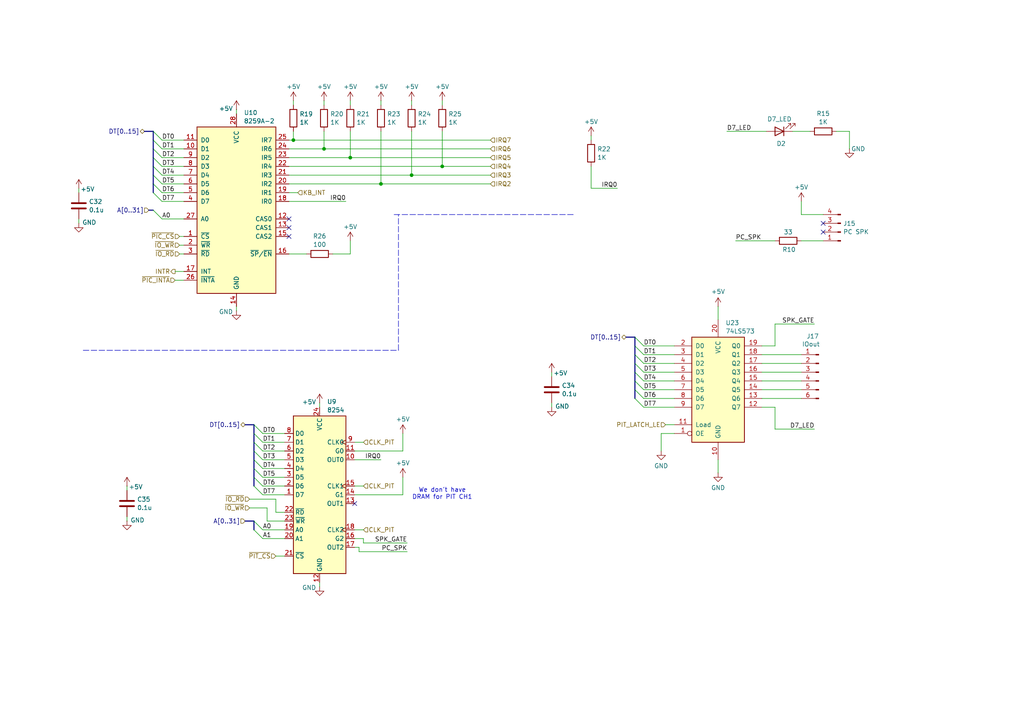
<source format=kicad_sch>
(kicad_sch (version 20250114) (generator "eeschema") (generator_version "9.0")
  (paper "A4")
  (title_block (title "486 Homebrew Computer") (date "2025-12-15") (rev "1 (sch 2.0)") (company "maniek86.xyz"))
  (lib_symbols
    (symbol "74xx:74LS573" (pin_names (offset 1.016))
      (property "Reference" "U" (at -7.62 16.51 0))
      (property "Value" "74LS573" (at -7.62 -16.51 0))
      (symbol "74LS573_1_0"
        (pin input line (at -12.7 12.7 0) (length 5.08) (name "D0") (number "2"))
        (pin input line (at -12.7 10.16 0) (length 5.08) (name "D1") (number "3"))
        (pin input line (at -12.7 7.62 0) (length 5.08) (name "D2") (number "4"))
        (pin input line (at -12.7 5.08 0) (length 5.08) (name "D3") (number "5"))
        (pin input line (at -12.7 2.54 0) (length 5.08) (name "D4") (number "6"))
        (pin input line (at -12.7 0 0) (length 5.08) (name "D5") (number "7"))
        (pin input line (at -12.7 -2.54 0) (length 5.08) (name "D6") (number "8"))
        (pin input line (at -12.7 -5.08 0) (length 5.08) (name "D7") (number "9"))
        (pin input line (at -12.7 -10.16 0) (length 5.08) (name "Load") (number "11"))
        (pin input inverted (at -12.7 -12.7 0) (length 5.08) (name "OE") (number "1"))
        (pin power_in line (at 0 20.32 270) (length 5.08) (name "VCC") (number "20"))
        (pin power_in line (at 0 -20.32 90) (length 5.08) (name "GND") (number "10"))
        (pin tri_state line (at 12.7 12.7 180) (length 5.08) (name "Q0") (number "19"))
        (pin tri_state line (at 12.7 10.16 180) (length 5.08) (name "Q1") (number "18"))
        (pin tri_state line (at 12.7 7.62 180) (length 5.08) (name "Q2") (number "17"))
        (pin tri_state line (at 12.7 5.08 180) (length 5.08) (name "Q3") (number "16"))
        (pin tri_state line (at 12.7 2.54 180) (length 5.08) (name "Q4") (number "15"))
        (pin tri_state line (at 12.7 0 180) (length 5.08) (name "Q5") (number "14"))
        (pin tri_state line (at 12.7 -2.54 180) (length 5.08) (name "Q6") (number "13"))
        (pin tri_state line (at 12.7 -5.08 180) (length 5.08) (name "Q7") (number "12"))
      )
      (symbol "74LS573_1_1"
        (rectangle (start -7.62 15.24) (end 7.62 -15.24) (stroke (width 0.254)) (fill (type background)))
      )
    )
    (symbol "Connector:Conn_01x04_Pin" (pin_names (offset 1.016) (hide yes))
      (property "Reference" "J" (at 0 5.08 0))
      (property "Value" "Conn_01x04_Pin" (at 0 -7.62 0))
      (symbol "Conn_01x04_Pin_1_1"
        (rectangle (start 0.8636 2.667) (end 0 2.413) (stroke (width 0.1524)) (fill (type outline)))
        (rectangle (start 0.8636 0.127) (end 0 -0.127) (stroke (width 0.1524)) (fill (type outline)))
        (rectangle (start 0.8636 -2.413) (end 0 -2.667) (stroke (width 0.1524)) (fill (type outline)))
        (rectangle (start 0.8636 -4.953) (end 0 -5.207) (stroke (width 0.1524)) (fill (type outline)))
        (polyline (pts (xy 1.27 2.54) (xy 0.8636 2.54)) (stroke (width 0.1524)))
        (polyline (pts (xy 1.27 0) (xy 0.8636 0)) (stroke (width 0.1524)))
        (polyline (pts (xy 1.27 -2.54) (xy 0.8636 -2.54)) (stroke (width 0.1524)))
        (polyline (pts (xy 1.27 -5.08) (xy 0.8636 -5.08)) (stroke (width 0.1524)))
        (pin passive line (at 5.08 2.54 180) (length 3.81) (name "Pin_1") (number "1"))
        (pin passive line (at 5.08 0 180) (length 3.81) (name "Pin_2") (number "2"))
        (pin passive line (at 5.08 -2.54 180) (length 3.81) (name "Pin_3") (number "3"))
        (pin passive line (at 5.08 -5.08 180) (length 3.81) (name "Pin_4") (number "4"))
      )
    )
    (symbol "Connector:Conn_01x06_Pin" (pin_names (offset 1.016) (hide yes))
      (property "Reference" "J" (at 0 7.62 0))
      (property "Value" "Conn_01x06_Pin" (at 0 -10.16 0))
      (symbol "Conn_01x06_Pin_1_1"
        (rectangle (start 0.8636 5.207) (end 0 4.953) (stroke (width 0.1524)) (fill (type outline)))
        (rectangle (start 0.8636 2.667) (end 0 2.413) (stroke (width 0.1524)) (fill (type outline)))
        (rectangle (start 0.8636 0.127) (end 0 -0.127) (stroke (width 0.1524)) (fill (type outline)))
        (rectangle (start 0.8636 -2.413) (end 0 -2.667) (stroke (width 0.1524)) (fill (type outline)))
        (rectangle (start 0.8636 -4.953) (end 0 -5.207) (stroke (width 0.1524)) (fill (type outline)))
        (rectangle (start 0.8636 -7.493) (end 0 -7.747) (stroke (width 0.1524)) (fill (type outline)))
        (polyline (pts (xy 1.27 5.08) (xy 0.8636 5.08)) (stroke (width 0.1524)))
        (polyline (pts (xy 1.27 2.54) (xy 0.8636 2.54)) (stroke (width 0.1524)))
        (polyline (pts (xy 1.27 0) (xy 0.8636 0)) (stroke (width 0.1524)))
        (polyline (pts (xy 1.27 -2.54) (xy 0.8636 -2.54)) (stroke (width 0.1524)))
        (polyline (pts (xy 1.27 -5.08) (xy 0.8636 -5.08)) (stroke (width 0.1524)))
        (polyline (pts (xy 1.27 -7.62) (xy 0.8636 -7.62)) (stroke (width 0.1524)))
        (pin passive line (at 5.08 5.08 180) (length 3.81) (name "Pin_1") (number "1"))
        (pin passive line (at 5.08 2.54 180) (length 3.81) (name "Pin_2") (number "2"))
        (pin passive line (at 5.08 0 180) (length 3.81) (name "Pin_3") (number "3"))
        (pin passive line (at 5.08 -2.54 180) (length 3.81) (name "Pin_4") (number "4"))
        (pin passive line (at 5.08 -5.08 180) (length 3.81) (name "Pin_5") (number "5"))
        (pin passive line (at 5.08 -7.62 180) (length 3.81) (name "Pin_6") (number "6"))
      )
    )
    (symbol "Device:C" (pin_numbers (hide yes)) (pin_names (offset 0.254))
      (property "Reference" "C" (at 0.635 2.54 0))
      (property "Value" "C" (at 0.635 -2.54 0))
      (symbol "C_0_1"
        (polyline (pts (xy -2.032 0.762) (xy 2.032 0.762)) (stroke (width 0.508)))
        (polyline (pts (xy -2.032 -0.762) (xy 2.032 -0.762)) (stroke (width 0.508)))
      )
      (symbol "C_1_1"
        (pin passive line (at 0 3.81 270) (length 2.794) (name "~") (number "1"))
        (pin passive line (at 0 -3.81 90) (length 2.794) (name "~") (number "2"))
      )
    )
    (symbol "Device:LED" (pin_numbers (hide yes)) (pin_names (offset 1.016) (hide yes))
      (property "Reference" "D" (at 0 2.54 0))
      (property "Value" "LED" (at 0 -2.54 0))
      (symbol "LED_0_1"
        (polyline (pts (xy -3.048 -0.762) (xy -4.572 -2.286) (xy -3.81 -2.286) (xy -4.572 -2.286) (xy -4.572 -1.524)))
        (polyline (pts (xy -1.778 -0.762) (xy -3.302 -2.286) (xy -2.54 -2.286) (xy -3.302 -2.286) (xy -3.302 -1.524)))
        (polyline (pts (xy -1.27 0) (xy 1.27 0)))
        (polyline (pts (xy -1.27 -1.27) (xy -1.27 1.27)) (stroke (width 0.254)))
        (polyline (pts (xy 1.27 -1.27) (xy 1.27 1.27) (xy -1.27 0) (xy 1.27 -1.27)) (stroke (width 0.254)))
      )
      (symbol "LED_1_1"
        (pin passive line (at -3.81 0 0) (length 2.54) (name "K") (number "1"))
        (pin passive line (at 3.81 0 180) (length 2.54) (name "A") (number "2"))
      )
    )
    (symbol "Device:R" (pin_numbers (hide yes)) (pin_names (offset 0))
      (property "Reference" "R" (at 2.032 0 90))
      (property "Value" "R" (at 0 0 90))
      (symbol "R_0_1"
        (rectangle (start -1.016 -2.54) (end 1.016 2.54) (stroke (width 0.254)))
      )
      (symbol "R_1_1"
        (pin passive line (at 0 3.81 270) (length 1.27) (name "~") (number "1"))
        (pin passive line (at 0 -3.81 90) (length 1.27) (name "~") (number "2"))
      )
    )
    (symbol "Interface:8259A-2" (pin_names (offset 1.016))
      (property "Reference" "U" (at -10.16 25.4 0))
      (property "Value" "8259A-2" (at 8.89 25.4 0))
      (symbol "8259A-2_0_1"
        (rectangle (start -11.43 24.13) (end 11.43 -24.13) (stroke (width 0.254)) (fill (type background)))
      )
      (symbol "8259A-2_1_1"
        (pin bidirectional line (at -15.24 20.32 0) (length 3.81) (name "D0") (number "11"))
        (pin bidirectional line (at -15.24 17.78 0) (length 3.81) (name "D1") (number "10"))
        (pin bidirectional line (at -15.24 15.24 0) (length 3.81) (name "D2") (number "9"))
        (pin bidirectional line (at -15.24 12.7 0) (length 3.81) (name "D3") (number "8"))
        (pin bidirectional line (at -15.24 10.16 0) (length 3.81) (name "D4") (number "7"))
        (pin bidirectional line (at -15.24 7.62 0) (length 3.81) (name "D5") (number "6"))
        (pin bidirectional line (at -15.24 5.08 0) (length 3.81) (name "D6") (number "5"))
        (pin bidirectional line (at -15.24 2.54 0) (length 3.81) (name "D7") (number "4"))
        (pin input line (at -15.24 -2.54 0) (length 3.81) (name "A0") (number "27"))
        (pin input line (at -15.24 -7.62 0) (length 3.81) (name "~{CS}") (number "1"))
        (pin input line (at -15.24 -10.16 0) (length 3.81) (name "~{WR}") (number "2"))
        (pin input line (at -15.24 -12.7 0) (length 3.81) (name "~{RD}") (number "3"))
        (pin output line (at -15.24 -17.78 0) (length 3.81) (name "INT") (number "17"))
        (pin input line (at -15.24 -20.32 0) (length 3.81) (name "~{INTA}") (number "26"))
        (pin power_in line (at 0 27.94 270) (length 3.81) (name "VCC") (number "28"))
        (pin power_in line (at 0 -27.94 90) (length 3.81) (name "GND") (number "14"))
        (pin input line (at 15.24 20.32 180) (length 3.81) (name "IR7") (number "25"))
        (pin input line (at 15.24 17.78 180) (length 3.81) (name "IR6") (number "24"))
        (pin input line (at 15.24 15.24 180) (length 3.81) (name "IR5") (number "23"))
        (pin input line (at 15.24 12.7 180) (length 3.81) (name "IR4") (number "22"))
        (pin input line (at 15.24 10.16 180) (length 3.81) (name "IR3") (number "21"))
        (pin input line (at 15.24 7.62 180) (length 3.81) (name "IR2") (number "20"))
        (pin input line (at 15.24 5.08 180) (length 3.81) (name "IR1") (number "19"))
        (pin input line (at 15.24 2.54 180) (length 3.81) (name "IR0") (number "18"))
        (pin input line (at 15.24 -2.54 180) (length 3.81) (name "CAS0") (number "12"))
        (pin output line (at 15.24 -5.08 180) (length 3.81) (name "CAS1") (number "13"))
        (pin output line (at 15.24 -7.62 180) (length 3.81) (name "CAS2") (number "15"))
        (pin bidirectional line (at 15.24 -12.7 180) (length 3.81) (name "~{SP}/~{EN}") (number "16"))
      )
    )
    (symbol "Timer:8254"
      (property "Reference" "U" (at -5.08 24.13 0))
      (property "Value" "8254" (at 2.54 24.13 0))
      (symbol "8254_0_1"
        (rectangle (start -7.62 -22.86) (end 7.62 22.86) (stroke (width 0.254)) (fill (type background)))
      )
      (symbol "8254_1_1"
        (pin bidirectional line (at -10.16 17.78 0) (length 2.54) (name "D0") (number "8"))
        (pin bidirectional line (at -10.16 15.24 0) (length 2.54) (name "D1") (number "7"))
        (pin bidirectional line (at -10.16 12.7 0) (length 2.54) (name "D2") (number "6"))
        (pin bidirectional line (at -10.16 10.16 0) (length 2.54) (name "D3") (number "5"))
        (pin bidirectional line (at -10.16 7.62 0) (length 2.54) (name "D4") (number "4"))
        (pin bidirectional line (at -10.16 5.08 0) (length 2.54) (name "D5") (number "3"))
        (pin bidirectional line (at -10.16 2.54 0) (length 2.54) (name "D6") (number "2"))
        (pin bidirectional line (at -10.16 0 0) (length 2.54) (name "D7") (number "1"))
        (pin input line (at -10.16 -5.08 0) (length 2.54) (name "~{RD}") (number "22"))
        (pin input line (at -10.16 -7.62 0) (length 2.54) (name "~{WR}") (number "23"))
        (pin input line (at -10.16 -10.16 0) (length 2.54) (name "A0") (number "19"))
        (pin input line (at -10.16 -12.7 0) (length 2.54) (name "A1") (number "20"))
        (pin input line (at -10.16 -17.78 0) (length 2.54) (name "~{CS}") (number "21"))
        (pin power_in line (at 0 25.4 270) (length 2.54) (name "VCC") (number "24"))
        (pin power_in line (at 0 -25.4 90) (length 2.54) (name "GND") (number "12"))
        (pin input clock (at 10.16 15.24 180) (length 2.54) (name "CLK0") (number "9"))
        (pin input line (at 10.16 12.7 180) (length 2.54) (name "G0") (number "11"))
        (pin output line (at 10.16 10.16 180) (length 2.54) (name "OUT0") (number "10"))
        (pin input clock (at 10.16 2.54 180) (length 2.54) (name "CLK1") (number "15"))
        (pin input line (at 10.16 0 180) (length 2.54) (name "G1") (number "14"))
        (pin output line (at 10.16 -2.54 180) (length 2.54) (name "OUT1") (number "13"))
        (pin input clock (at 10.16 -10.16 180) (length 2.54) (name "CLK2") (number "18"))
        (pin input line (at 10.16 -12.7 180) (length 2.54) (name "G2") (number "16"))
        (pin output line (at 10.16 -15.24 180) (length 2.54) (name "OUT2") (number "17"))
      )
    )
    (symbol "power:+5V" (power) (pin_numbers (hide yes)) (pin_names (offset 0) (hide yes))
      (property "Value" "+5V" (at 0 3.556 0))
      (symbol "+5V_0_1"
        (polyline (pts (xy -0.762 1.27) (xy 0 2.54)))
        (polyline (pts (xy 0 2.54) (xy 0.762 1.27)))
        (polyline (pts (xy 0 0) (xy 0 2.54)))
      )
      (symbol "+5V_1_1"
        (pin power_in line (at 0 0 90) (length 0) (name "~") (number "1"))
      )
    )
    (symbol "power:GND" (power) (pin_numbers (hide yes)) (pin_names (offset 0) (hide yes))
      (property "Value" "GND" (at 0 -3.81 0))
      (symbol "GND_0_1"
        (polyline (pts (xy 0 0) (xy 0 -1.27) (xy 1.27 -1.27) (xy 0 -2.54) (xy -1.27 -1.27) (xy 0 -1.27)))
      )
      (symbol "GND_1_1"
        (pin power_in line (at 0 0 270) (length 0) (name "~") (number "1"))
      )
    )
  )
  (text "We don't have\nDRAM for PIT CH1" (at 128.27 143.256 0) (effects (font (size 1.27 1.27))))
  (junction (at 93.98 43.18))
  (junction (at 85.09 40.64))
  (junction (at 110.49 53.34))
  (junction (at 119.38 50.8))
  (junction (at 128.27 48.26))
  (junction (at 101.6 45.72))
  (no_connect (at 83.82 68.58))
  (no_connect (at 83.82 63.5))
  (no_connect (at 102.87 146.05))
  (no_connect (at 238.76 64.77))
  (no_connect (at 238.76 67.31))
  (no_connect (at 83.82 66.04))
  (bus_entry (at 186.69 107.95) (size -2.54 -2.54))
  (bus_entry (at 76.2 135.89) (size -2.54 -2.54))
  (bus_entry (at 46.99 40.64) (size -2.54 -2.54))
  (bus_entry (at 46.99 55.88) (size -2.54 -2.54))
  (bus_entry (at 76.2 128.27) (size -2.54 -2.54))
  (bus_entry (at 76.2 130.81) (size -2.54 -2.54))
  (bus_entry (at 186.69 118.11) (size -2.54 -2.54))
  (bus_entry (at 76.2 138.43) (size -2.54 -2.54))
  (bus_entry (at 186.69 110.49) (size -2.54 -2.54))
  (bus_entry (at 46.99 48.26) (size -2.54 -2.54))
  (bus_entry (at 186.69 115.57) (size -2.54 -2.54))
  (bus_entry (at 46.99 58.42) (size -2.54 -2.54))
  (bus_entry (at 186.69 102.87) (size -2.54 -2.54))
  (bus_entry (at 46.99 45.72) (size -2.54 -2.54))
  (bus_entry (at 46.99 43.18) (size -2.54 -2.54))
  (bus_entry (at 186.69 113.03) (size -2.54 -2.54))
  (bus_entry (at 46.99 50.8) (size -2.54 -2.54))
  (bus_entry (at 76.2 133.35) (size -2.54 -2.54))
  (bus_entry (at 76.2 140.97) (size -2.54 -2.54))
  (bus_entry (at 46.99 53.34) (size -2.54 -2.54))
  (bus_entry (at 186.69 100.33) (size -2.54 -2.54))
  (bus_entry (at 76.2 125.73) (size -2.54 -2.54))
  (bus_entry (at 76.2 153.67) (size -2.54 -2.54))
  (bus_entry (at 76.2 156.21) (size -2.54 -2.54))
  (bus_entry (at 76.2 143.51) (size -2.54 -2.54))
  (bus_entry (at 46.99 63.5) (size -2.54 -2.54))
  (bus_entry (at 186.69 105.41) (size -2.54 -2.54))
  (wire (pts (xy 76.2 138.43) (xy 82.55 138.43)))
  (wire (pts (xy 83.82 43.18) (xy 93.98 43.18)))
  (wire (pts (xy 102.87 153.67) (xy 105.41 153.67)))
  (wire (pts (xy 46.99 43.18) (xy 53.34 43.18)))
  (wire (pts (xy 191.77 130.81) (xy 191.77 125.73)))
  (wire (pts (xy 128.27 29.21) (xy 128.27 30.48)))
  (bus (pts (xy 184.15 102.87) (xy 184.15 100.33)))
  (wire (pts (xy 213.36 69.85) (xy 224.79 69.85)))
  (wire (pts (xy 160.02 116.84) (xy 160.02 118.11)))
  (wire (pts (xy 101.6 38.1) (xy 101.6 45.72)))
  (wire (pts (xy 208.28 133.35) (xy 208.28 137.16)))
  (bus (pts (xy 73.66 153.67) (xy 73.66 151.13)))
  (wire (pts (xy 46.99 50.8) (xy 53.34 50.8)))
  (wire (pts (xy 85.09 40.64) (xy 142.24 40.64)))
  (wire (pts (xy 116.84 138.43) (xy 116.84 143.51)))
  (wire (pts (xy 52.07 73.66) (xy 53.34 73.66)))
  (wire (pts (xy 83.82 55.88) (xy 86.36 55.88)))
  (polyline (pts (xy 114.3 62.23) (xy 166.37 62.23)) (stroke (width 0) (type dash)))
  (wire (pts (xy 92.71 168.91) (xy 92.71 170.18)))
  (wire (pts (xy 76.2 128.27) (xy 82.55 128.27)))
  (wire (pts (xy 102.87 143.51) (xy 116.84 143.51)))
  (wire (pts (xy 22.86 63.5) (xy 22.86 64.77)))
  (wire (pts (xy 102.87 133.35) (xy 110.49 133.35)))
  (wire (pts (xy 50.8 81.28) (xy 53.34 81.28)))
  (wire (pts (xy 229.87 38.1) (xy 234.95 38.1)))
  (bus (pts (xy 73.66 123.19) (xy 71.12 123.19)))
  (wire (pts (xy 83.82 40.64) (xy 85.09 40.64)))
  (polyline (pts (xy 115.57 101.6) (xy 115.57 62.23)) (stroke (width 0) (type dash)))
  (wire (pts (xy 186.69 110.49) (xy 195.58 110.49)))
  (wire (pts (xy 242.57 38.1) (xy 246.38 38.1)))
  (wire (pts (xy 105.41 140.97) (xy 102.87 140.97)))
  (wire (pts (xy 186.69 113.03) (xy 195.58 113.03)))
  (wire (pts (xy 36.83 149.86) (xy 36.83 151.13)))
  (wire (pts (xy 105.41 157.48) (xy 105.41 156.21)))
  (wire (pts (xy 171.45 39.37) (xy 171.45 40.64)))
  (wire (pts (xy 80.01 161.29) (xy 82.55 161.29)))
  (wire (pts (xy 76.2 140.97) (xy 82.55 140.97)))
  (bus (pts (xy 73.66 133.35) (xy 73.66 130.81)))
  (wire (pts (xy 232.41 102.87) (xy 220.98 102.87)))
  (wire (pts (xy 232.41 113.03) (xy 220.98 113.03)))
  (wire (pts (xy 72.39 144.78) (xy 80.01 144.78)))
  (wire (pts (xy 83.82 45.72) (xy 101.6 45.72)))
  (bus (pts (xy 44.45 48.26) (xy 44.45 45.72)))
  (wire (pts (xy 224.79 100.33) (xy 220.98 100.33)))
  (wire (pts (xy 101.6 69.85) (xy 101.6 73.66)))
  (wire (pts (xy 104.14 160.02) (xy 104.14 158.75)))
  (wire (pts (xy 232.41 62.23) (xy 238.76 62.23)))
  (wire (pts (xy 85.09 29.21) (xy 85.09 30.48)))
  (wire (pts (xy 102.87 128.27) (xy 105.41 128.27)))
  (bus (pts (xy 184.15 100.33) (xy 184.15 97.79)))
  (bus (pts (xy 73.66 130.81) (xy 73.66 128.27)))
  (wire (pts (xy 83.82 50.8) (xy 119.38 50.8)))
  (wire (pts (xy 105.41 156.21) (xy 102.87 156.21)))
  (wire (pts (xy 92.71 116.84) (xy 92.71 118.11)))
  (wire (pts (xy 193.04 123.19) (xy 195.58 123.19)))
  (wire (pts (xy 224.79 93.98) (xy 236.22 93.98)))
  (bus (pts (xy 44.45 38.1) (xy 41.91 38.1)))
  (bus (pts (xy 73.66 135.89) (xy 73.66 133.35)))
  (bus (pts (xy 184.15 107.95) (xy 184.15 105.41)))
  (bus (pts (xy 44.45 50.8) (xy 44.45 48.26)))
  (wire (pts (xy 102.87 130.81) (xy 116.84 130.81)))
  (bus (pts (xy 73.66 151.13) (xy 71.12 151.13)))
  (wire (pts (xy 52.07 68.58) (xy 53.34 68.58)))
  (wire (pts (xy 179.07 54.61) (xy 171.45 54.61)))
  (wire (pts (xy 46.99 63.5) (xy 53.34 63.5)))
  (wire (pts (xy 76.2 133.35) (xy 82.55 133.35)))
  (wire (pts (xy 93.98 29.21) (xy 93.98 30.48)))
  (wire (pts (xy 118.11 157.48) (xy 105.41 157.48)))
  (wire (pts (xy 77.47 151.13) (xy 77.47 147.32)))
  (wire (pts (xy 36.83 140.97) (xy 36.83 142.24)))
  (wire (pts (xy 246.38 38.1) (xy 246.38 43.18)))
  (wire (pts (xy 110.49 29.21) (xy 110.49 30.48)))
  (bus (pts (xy 73.66 138.43) (xy 73.66 135.89)))
  (wire (pts (xy 224.79 124.46) (xy 224.79 118.11)))
  (wire (pts (xy 186.69 105.41) (xy 195.58 105.41)))
  (wire (pts (xy 186.69 107.95) (xy 195.58 107.95)))
  (wire (pts (xy 76.2 143.51) (xy 82.55 143.51)))
  (wire (pts (xy 186.69 115.57) (xy 195.58 115.57)))
  (wire (pts (xy 232.41 58.42) (xy 232.41 62.23)))
  (bus (pts (xy 44.45 40.64) (xy 44.45 38.1)))
  (wire (pts (xy 160.02 107.95) (xy 160.02 109.22)))
  (wire (pts (xy 83.82 73.66) (xy 88.9 73.66)))
  (wire (pts (xy 76.2 135.89) (xy 82.55 135.89)))
  (wire (pts (xy 76.2 130.81) (xy 82.55 130.81)))
  (bus (pts (xy 73.66 125.73) (xy 73.66 123.19)))
  (wire (pts (xy 101.6 73.66) (xy 96.52 73.66)))
  (wire (pts (xy 22.86 54.61) (xy 22.86 55.88)))
  (wire (pts (xy 186.69 100.33) (xy 195.58 100.33)))
  (wire (pts (xy 104.14 158.75) (xy 102.87 158.75)))
  (wire (pts (xy 119.38 50.8) (xy 142.24 50.8)))
  (wire (pts (xy 101.6 30.48) (xy 101.6 29.21)))
  (wire (pts (xy 224.79 93.98) (xy 224.79 100.33)))
  (wire (pts (xy 82.55 151.13) (xy 77.47 151.13)))
  (wire (pts (xy 110.49 53.34) (xy 142.24 53.34)))
  (wire (pts (xy 186.69 102.87) (xy 195.58 102.87)))
  (wire (pts (xy 83.82 48.26) (xy 128.27 48.26)))
  (wire (pts (xy 210.82 38.1) (xy 222.25 38.1)))
  (wire (pts (xy 68.58 31.75) (xy 68.58 33.02)))
  (wire (pts (xy 119.38 29.21) (xy 119.38 30.48)))
  (bus (pts (xy 73.66 140.97) (xy 73.66 138.43)))
  (wire (pts (xy 171.45 54.61) (xy 171.45 48.26)))
  (wire (pts (xy 80.01 144.78) (xy 80.01 148.59)))
  (wire (pts (xy 83.82 53.34) (xy 110.49 53.34)))
  (wire (pts (xy 116.84 125.73) (xy 116.84 130.81)))
  (wire (pts (xy 128.27 48.26) (xy 142.24 48.26)))
  (wire (pts (xy 76.2 125.73) (xy 82.55 125.73)))
  (bus (pts (xy 184.15 97.79) (xy 181.61 97.79)))
  (wire (pts (xy 83.82 58.42) (xy 100.33 58.42)))
  (wire (pts (xy 46.99 53.34) (xy 53.34 53.34)))
  (wire (pts (xy 93.98 38.1) (xy 93.98 43.18)))
  (wire (pts (xy 224.79 118.11) (xy 220.98 118.11)))
  (wire (pts (xy 50.8 78.74) (xy 53.34 78.74)))
  (wire (pts (xy 101.6 45.72) (xy 142.24 45.72)))
  (wire (pts (xy 110.49 38.1) (xy 110.49 53.34)))
  (wire (pts (xy 46.99 55.88) (xy 53.34 55.88)))
  (bus (pts (xy 44.45 55.88) (xy 44.45 53.34)))
  (wire (pts (xy 76.2 153.67) (xy 82.55 153.67)))
  (wire (pts (xy 208.28 88.9) (xy 208.28 92.71)))
  (polyline (pts (xy 24.13 101.6) (xy 115.57 101.6)) (stroke (width 0) (type dash)))
  (bus (pts (xy 184.15 105.41) (xy 184.15 102.87)))
  (wire (pts (xy 191.77 125.73) (xy 195.58 125.73)))
  (wire (pts (xy 76.2 156.21) (xy 82.55 156.21)))
  (wire (pts (xy 232.41 107.95) (xy 220.98 107.95)))
  (bus (pts (xy 184.15 110.49) (xy 184.15 107.95)))
  (wire (pts (xy 77.47 147.32) (xy 72.39 147.32)))
  (wire (pts (xy 186.69 118.11) (xy 195.58 118.11)))
  (wire (pts (xy 46.99 58.42) (xy 53.34 58.42)))
  (bus (pts (xy 44.45 60.96) (xy 43.18 60.96)))
  (wire (pts (xy 232.41 105.41) (xy 220.98 105.41)))
  (wire (pts (xy 52.07 71.12) (xy 53.34 71.12)))
  (wire (pts (xy 232.41 115.57) (xy 220.98 115.57)))
  (wire (pts (xy 46.99 45.72) (xy 53.34 45.72)))
  (bus (pts (xy 44.45 43.18) (xy 44.45 40.64)))
  (bus (pts (xy 73.66 128.27) (xy 73.66 125.73)))
  (bus (pts (xy 44.45 45.72) (xy 44.45 43.18)))
  (wire (pts (xy 224.79 124.46) (xy 236.22 124.46)))
  (wire (pts (xy 46.99 40.64) (xy 53.34 40.64)))
  (bus (pts (xy 44.45 53.34) (xy 44.45 50.8)))
  (wire (pts (xy 142.24 43.18) (xy 93.98 43.18)))
  (wire (pts (xy 68.58 88.9) (xy 68.58 90.17)))
  (wire (pts (xy 232.41 110.49) (xy 220.98 110.49)))
  (wire (pts (xy 80.01 148.59) (xy 82.55 148.59)))
  (bus (pts (xy 184.15 113.03) (xy 184.15 110.49)))
  (wire (pts (xy 119.38 38.1) (xy 119.38 50.8)))
  (wire (pts (xy 85.09 38.1) (xy 85.09 40.64)))
  (wire (pts (xy 46.99 48.26) (xy 53.34 48.26)))
  (wire (pts (xy 118.11 160.02) (xy 104.14 160.02)))
  (bus (pts (xy 184.15 115.57) (xy 184.15 113.03)))
  (wire (pts (xy 232.41 69.85) (xy 238.76 69.85)))
  (wire (pts (xy 128.27 38.1) (xy 128.27 48.26)))
  (label "DT3" (at 76.2 133.35 0))
  (label "PC_SPK" (at 213.36 69.85 0))
  (label "DT2" (at 186.69 105.41 0))
  (label "DT1" (at 46.99 43.18 0))
  (label "DT5" (at 76.2 138.43 0))
  (label "DT4" (at 46.99 50.8 0))
  (label "D7_LED" (at 210.82 38.1 0))
  (label "DT0" (at 186.69 100.33 0))
  (label "SPK_GATE" (at 236.22 93.98 180))
  (label "DT5" (at 186.69 113.03 0))
  (label "DT1" (at 186.69 102.87 0))
  (label "DT6" (at 46.99 55.88 0))
  (label "DT0" (at 46.99 40.64 0))
  (label "DT2" (at 76.2 130.81 0))
  (label "IRQ0" (at 179.07 54.61 180))
  (label "DT4" (at 186.69 110.49 0))
  (label "DT7" (at 46.99 58.42 0))
  (label "DT0" (at 76.2 125.73 0))
  (label "DT5" (at 46.99 53.34 0))
  (label "DT1" (at 76.2 128.27 0))
  (label "PC_SPK" (at 118.11 160.02 180))
  (label "DT4" (at 76.2 135.89 0))
  (label "A0" (at 46.99 63.5 0))
  (label "IRQ0" (at 110.49 133.35 180))
  (label "D7_LED" (at 236.22 124.46 180))
  (label "A1" (at 76.2 156.21 0))
  (label "DT6" (at 186.69 115.57 0))
  (label "DT2" (at 46.99 45.72 0))
  (label "DT3" (at 186.69 107.95 0))
  (label "IRQ0" (at 100.33 58.42 180))
  (label "DT7" (at 186.69 118.11 0))
  (label "DT6" (at 76.2 140.97 0))
  (label "DT7" (at 76.2 143.51 0))
  (label "A0" (at 76.2 153.67 0))
  (label "DT3" (at 46.99 48.26 0))
  (label "SPK_GATE" (at 118.11 157.48 180))
  (hierarchical_label "IRQ7" (shape input) (at 142.24 40.64 0))
  (hierarchical_label "DT[0..15]" (shape bidirectional) (at 181.61 97.79 180))
  (hierarchical_label "INTR" (shape output) (at 50.8 78.74 180))
  (hierarchical_label "IRQ5" (shape input) (at 142.24 45.72 0))
  (hierarchical_label "CLK_PIT" (shape input) (at 105.41 128.27 0))
  (hierarchical_label "A[0..31]" (shape input) (at 43.18 60.96 180))
  (hierarchical_label "IRQ2" (shape input) (at 142.24 53.34 0))
  (hierarchical_label "PIT_LATCH_LE" (shape input) (at 193.04 123.19 180))
  (hierarchical_label "IRQ4" (shape input) (at 142.24 48.26 0))
  (hierarchical_label "~{PIC_INTA}" (shape input) (at 50.8 81.28 180))
  (hierarchical_label "IRQ3" (shape input) (at 142.24 50.8 0))
  (hierarchical_label "DT[0..15]" (shape bidirectional) (at 41.91 38.1 180))
  (hierarchical_label "~{IO_WR}" (shape input) (at 72.39 147.32 180))
  (hierarchical_label "~{IO_RD}" (shape input) (at 72.39 144.78 180))
  (hierarchical_label "CLK_PIT" (shape input) (at 105.41 140.97 0))
  (hierarchical_label "~{PIT_CS}" (shape input) (at 80.01 161.29 180))
  (hierarchical_label "CLK_PIT" (shape input) (at 105.41 153.67 0))
  (hierarchical_label "~{IO_RD}" (shape input) (at 52.07 73.66 180))
  (hierarchical_label "KB_INT" (shape input) (at 86.36 55.88 0))
  (hierarchical_label "A[0..31]" (shape input) (at 71.12 151.13 180))
  (hierarchical_label "~{PIC_CS}" (shape input) (at 52.07 68.58 180))
  (hierarchical_label "~{IO_WR}" (shape input) (at 52.07 71.12 180))
  (hierarchical_label "IRQ6" (shape input) (at 142.24 43.18 0))
  (hierarchical_label "DT[0..15]" (shape bidirectional) (at 71.12 123.19 180))
  (symbol (lib_id "power:+5V") (at 116.84 125.73 0) (unit 1)
    (property "Reference" "#PWR081" (effects (hide yes)))
    (property "Value" "+5V" (at 116.84 121.5969 0))
    (property "Description" "Power symbol creates a global label with name \"+5V\"" (effects (hide yes)))
  )
  (symbol (lib_id "Interface:8259A-2") (at 68.58 60.96 0) (unit 1)
    (property "Reference" "U10" (at 70.7233 32.6855 0) (effects (justify left)))
    (property "Value" "8259A-2" (at 70.7233 35.1098 0) (effects (justify left)))
    (property "Footprint" "Package_LCC:PLCC-28_THT-Socket" (effects (hide yes)))
    (property "Datasheet" "http://pdos.csail.mit.edu/6.828/2005/readings/hardware/8259A.pdf" (effects (hide yes)))
    (property "Description" "8259, Programmable Interrupt Controller, PDIP-28" (effects (hide yes)))
  )
  (symbol (lib_id "power:+5V") (at 119.38 29.21 0) (unit 1)
    (property "Reference" "#PWR0177" (effects (hide yes)))
    (property "Value" "+5V" (at 119.38 25.146 0))
    (property "Description" "Power symbol creates a global label with name \"+5V\"" (effects (hide yes)))
  )
  (symbol (lib_id "power:GND") (at 36.83 151.13 0) (unit 1)
    (property "Reference" "#PWR0134" (effects (hide yes)))
    (property "Value" "GND" (at 39.878 150.876 0))
    (property "Description" "Power symbol creates a global label with name \"GND\" , ground" (effects (hide yes)))
  )
  (symbol (lib_id "Device:C") (at 22.86 59.69 180) (unit 1)
    (property "Reference" "C32" (at 25.781 58.4778 0) (effects (justify right)))
    (property "Value" "0.1u" (at 25.781 60.9021 0) (effects (justify right)))
    (property "Footprint" "Capacitor_SMD:C_0805_2012Metric_Pad1.18x1.45mm_HandSolder" (effects (hide yes)))
    (property "Description" "Unpolarized capacitor" (effects (hide yes)))
  )
  (symbol (lib_id "power:GND") (at 92.71 170.18 0) (unit 1)
    (property "Reference" "#PWR067" (effects (hide yes)))
    (property "Value" "GND" (at 89.662 170.434 0))
    (property "Description" "Power symbol creates a global label with name \"GND\" , ground" (effects (hide yes)))
  )
  (symbol (lib_id "Connector:Conn_01x04_Pin") (at 243.84 67.31 180) (unit 1)
    (property "Reference" "J15" (at 244.5512 64.8278 0) (effects (justify right)))
    (property "Value" "PC SPK" (at 244.5512 67.2521 0) (effects (justify right)))
    (property "Footprint" "Connector_PinHeader_2.54mm:PinHeader_1x04_P2.54mm_Vertical" (effects (hide yes)))
    (property "Description" "Generic connector, single row, 01x04, script generated" (effects (hide yes)))
  )
  (symbol (lib_id "Device:R") (at 101.6 34.29 0) (unit 1)
    (property "Reference" "R21" (at 103.378 33.0778 0) (effects (justify left)))
    (property "Value" "1K" (at 103.378 35.5021 0) (effects (justify left)))
    (property "Footprint" "Resistor_SMD:R_0805_2012Metric_Pad1.20x1.40mm_HandSolder" (effects (hide yes)))
    (property "Description" "Resistor" (effects (hide yes)))
  )
  (symbol (lib_id "power:+5V") (at 101.6 29.21 0) (unit 1)
    (property "Reference" "#PWR0175" (effects (hide yes)))
    (property "Value" "+5V" (at 101.6 25.146 0))
    (property "Description" "Power symbol creates a global label with name \"+5V\"" (effects (hide yes)))
  )
  (symbol (lib_id "power:+5V") (at 110.49 29.21 0) (unit 1)
    (property "Reference" "#PWR0176" (effects (hide yes)))
    (property "Value" "+5V" (at 110.49 25.146 0))
    (property "Description" "Power symbol creates a global label with name \"+5V\"" (effects (hide yes)))
  )
  (symbol (lib_id "power:+5V") (at 22.86 54.61 0) (unit 1)
    (property "Reference" "#PWR0129" (effects (hide yes)))
    (property "Value" "+5V" (at 25.4 54.864 0))
    (property "Description" "Power symbol creates a global label with name \"+5V\"" (effects (hide yes)))
  )
  (symbol (lib_id "power:GND") (at 246.38 43.18 0) (unit 1)
    (property "Reference" "#PWR0102" (effects (hide yes)))
    (property "Value" "GND" (at 248.92 43.18 0))
    (property "Description" "Power symbol creates a global label with name \"GND\" , ground" (effects (hide yes)))
  )
  (symbol (lib_id "power:+5V") (at 128.27 29.21 0) (unit 1)
    (property "Reference" "#PWR0178" (effects (hide yes)))
    (property "Value" "+5V" (at 128.27 25.146 0))
    (property "Description" "Power symbol creates a global label with name \"+5V\"" (effects (hide yes)))
  )
  (symbol (lib_id "power:+5V") (at 101.6 69.85 0) (unit 1)
    (property "Reference" "#PWR0173" (effects (hide yes)))
    (property "Value" "+5V" (at 101.6 65.786 0))
    (property "Description" "Power symbol creates a global label with name \"+5V\"" (effects (hide yes)))
  )
  (symbol (lib_id "power:+5V") (at 92.71 116.84 0) (unit 1)
    (property "Reference" "#PWR068" (effects (hide yes)))
    (property "Value" "+5V" (at 89.662 116.586 0))
    (property "Description" "Power symbol creates a global label with name \"+5V\"" (effects (hide yes)))
  )
  (symbol (lib_id "Device:R") (at 110.49 34.29 180) (unit 1)
    (property "Reference" "R23" (at 112.268 33.0778 0) (effects (justify right)))
    (property "Value" "1K" (at 112.268 35.5021 0) (effects (justify right)))
    (property "Footprint" "Resistor_SMD:R_0805_2012Metric_Pad1.20x1.40mm_HandSolder" (effects (hide yes)))
    (property "Description" "Resistor" (effects (hide yes)))
  )
  (symbol (lib_id "Device:R") (at 171.45 44.45 180) (unit 1)
    (property "Reference" "R22" (at 173.228 43.2378 0) (effects (justify right)))
    (property "Value" "1K" (at 173.228 45.6621 0) (effects (justify right)))
    (property "Footprint" "Resistor_SMD:R_0805_2012Metric_Pad1.20x1.40mm_HandSolder" (effects (hide yes)))
    (property "Description" "Resistor" (effects (hide yes)))
  )
  (symbol (lib_id "Timer:8254") (at 92.71 143.51 0) (unit 1)
    (property "Reference" "U9" (at 94.8533 116.5055 0) (effects (justify left)))
    (property "Value" "8254" (at 94.8533 118.9298 0) (effects (justify left)))
    (property "Footprint" "Package_DIP:DIP-24_W15.24mm" (effects (hide yes)))
    (property "Datasheet" "http://www.scs.stanford.edu/10wi-cs140/pintos/specs/8254.pdf" (effects (hide yes)))
    (property "Description" "Programmable Interval Timer, PDIP-24" (effects (hide yes)))
  )
  (symbol (lib_id "power:GND") (at 208.28 137.16 0) (unit 1)
    (property "Reference" "#PWR079" (effects (hide yes)))
    (property "Value" "GND" (at 208.28 141.478 0))
    (property "Description" "Power symbol creates a global label with name \"GND\" , ground" (effects (hide yes)))
  )
  (symbol (lib_id "power:+5V") (at 208.28 88.9 0) (unit 1)
    (property "Reference" "#PWR080" (effects (hide yes)))
    (property "Value" "+5V" (at 208.28 84.582 0))
    (property "Description" "Power symbol creates a global label with name \"+5V\"" (effects (hide yes)))
  )
  (symbol (lib_id "power:GND") (at 191.77 130.81 0) (unit 1)
    (property "Reference" "#PWR0180" (effects (hide yes)))
    (property "Value" "GND" (at 191.77 135.128 0))
    (property "Description" "Power symbol creates a global label with name \"GND\" , ground" (effects (hide yes)))
  )
  (symbol (lib_id "Device:R") (at 228.6 69.85 90) (unit 1)
    (property "Reference" "R10" (at 228.854 72.39 90))
    (property "Value" "33" (at 228.6 67.31 90))
    (property "Footprint" "Resistor_SMD:R_0805_2012Metric_Pad1.20x1.40mm_HandSolder" (effects (hide yes)))
    (property "Description" "Resistor" (effects (hide yes)))
  )
  (symbol (lib_id "74xx:74LS573") (at 208.28 113.03 0) (unit 1)
    (property "Reference" "U23" (at 210.4233 93.6455 0) (effects (justify left)))
    (property "Value" "74LS573" (at 210.4233 96.0698 0) (effects (justify left)))
    (property "Footprint" "Package_SO:SOP-20_7.5x12.8mm_P1.27mm" (effects (hide yes)))
    (property "Datasheet" "74xx/74hc573.pdf" (effects (hide yes)))
    (property "Description" "8-bit Latch 3-state outputs" (effects (hide yes)))
  )
  (symbol (lib_id "power:+5V") (at 68.58 31.75 0) (unit 1)
    (property "Reference" "#PWR069" (effects (hide yes)))
    (property "Value" "+5V" (at 65.532 31.496 0))
    (property "Description" "Power symbol creates a global label with name \"+5V\"" (effects (hide yes)))
  )
  (symbol (lib_id "power:+5V") (at 160.02 107.95 0) (unit 1)
    (property "Reference" "#PWR0131" (effects (hide yes)))
    (property "Value" "+5V" (at 162.56 108.204 0))
    (property "Description" "Power symbol creates a global label with name \"+5V\"" (effects (hide yes)))
  )
  (symbol (lib_id "power:GND") (at 22.86 64.77 0) (unit 1)
    (property "Reference" "#PWR0130" (effects (hide yes)))
    (property "Value" "GND" (at 25.908 64.516 0))
    (property "Description" "Power symbol creates a global label with name \"GND\" , ground" (effects (hide yes)))
  )
  (symbol (lib_id "Device:R") (at 238.76 38.1 90) (unit 1)
    (property "Reference" "R15" (at 238.76 32.9395 90))
    (property "Value" "1K" (at 238.76 35.3638 90))
    (property "Footprint" "Resistor_SMD:R_0805_2012Metric_Pad1.20x1.40mm_HandSolder" (effects (hide yes)))
    (property "Description" "Resistor" (effects (hide yes)))
  )
  (symbol (lib_id "power:+5V") (at 36.83 140.97 0) (unit 1)
    (property "Reference" "#PWR0133" (effects (hide yes)))
    (property "Value" "+5V" (at 39.37 141.224 0))
    (property "Description" "Power symbol creates a global label with name \"+5V\"" (effects (hide yes)))
  )
  (symbol (lib_id "Device:R") (at 128.27 34.29 180) (unit 1)
    (property "Reference" "R25" (at 130.048 33.0778 0) (effects (justify right)))
    (property "Value" "1K" (at 130.048 35.5021 0) (effects (justify right)))
    (property "Footprint" "Resistor_SMD:R_0805_2012Metric_Pad1.20x1.40mm_HandSolder" (effects (hide yes)))
    (property "Description" "Resistor" (effects (hide yes)))
  )
  (symbol (lib_id "power:+5V") (at 232.41 58.42 0) (unit 1)
    (property "Reference" "#PWR082" (effects (hide yes)))
    (property "Value" "+5V" (at 232.41 54.2869 0))
    (property "Description" "Power symbol creates a global label with name \"+5V\"" (effects (hide yes)))
  )
  (symbol (lib_id "Device:R") (at 92.71 73.66 90) (unit 1)
    (property "Reference" "R26" (at 92.71 68.4995 90))
    (property "Value" "100" (at 92.71 70.9238 90))
    (property "Footprint" "Resistor_SMD:R_0805_2012Metric_Pad1.20x1.40mm_HandSolder" (effects (hide yes)))
    (property "Description" "Resistor" (effects (hide yes)))
  )
  (symbol (lib_id "Device:LED") (at 226.06 38.1 180) (unit 1)
    (property "Reference" "D2" (at 226.568 41.656 0))
    (property "Value" "D7_LED" (at 226.06 34.544 0))
    (property "Footprint" "LED_THT:LED_D4.0mm" (effects (hide yes)))
    (property "Description" "Light emitting diode" (effects (hide yes)))
    (property "Sim.Pins" "1=K 2=A" (effects (hide yes)))
  )
  (symbol (lib_id "power:+5V") (at 171.45 39.37 0) (unit 1)
    (property "Reference" "#PWR0100" (effects (hide yes)))
    (property "Value" "+5V" (at 171.45 35.306 0))
    (property "Description" "Power symbol creates a global label with name \"+5V\"" (effects (hide yes)))
  )
  (symbol (lib_id "Device:R") (at 119.38 34.29 180) (unit 1)
    (property "Reference" "R24" (at 121.158 33.0778 0) (effects (justify right)))
    (property "Value" "1K" (at 121.158 35.5021 0) (effects (justify right)))
    (property "Footprint" "Resistor_SMD:R_0805_2012Metric_Pad1.20x1.40mm_HandSolder" (effects (hide yes)))
    (property "Description" "Resistor" (effects (hide yes)))
  )
  (symbol (lib_id "power:+5V") (at 93.98 29.21 0) (unit 1)
    (property "Reference" "#PWR0174" (effects (hide yes)))
    (property "Value" "+5V" (at 93.98 25.146 0))
    (property "Description" "Power symbol creates a global label with name \"+5V\"" (effects (hide yes)))
  )
  (symbol (lib_id "power:+5V") (at 116.84 138.43 0) (unit 1)
    (property "Reference" "#PWR0179" (effects (hide yes)))
    (property "Value" "+5V" (at 116.84 134.2969 0))
    (property "Description" "Power symbol creates a global label with name \"+5V\"" (effects (hide yes)))
  )
  (symbol (lib_id "Device:R") (at 85.09 34.29 0) (unit 1)
    (property "Reference" "R19" (at 86.868 33.0778 0) (effects (justify left)))
    (property "Value" "1K" (at 86.868 35.5021 0) (effects (justify left)))
    (property "Footprint" "Resistor_SMD:R_0805_2012Metric_Pad1.20x1.40mm_HandSolder" (effects (hide yes)))
    (property "Description" "Resistor" (effects (hide yes)))
  )
  (symbol (lib_id "Device:R") (at 93.98 34.29 0) (unit 1)
    (property "Reference" "R20" (at 95.758 33.0778 0) (effects (justify left)))
    (property "Value" "1K" (at 95.758 35.5021 0) (effects (justify left)))
    (property "Footprint" "Resistor_SMD:R_0805_2012Metric_Pad1.20x1.40mm_HandSolder" (effects (hide yes)))
    (property "Description" "Resistor" (effects (hide yes)))
  )
  (symbol (lib_id "power:GND") (at 68.58 90.17 0) (unit 1)
    (property "Reference" "#PWR070" (effects (hide yes)))
    (property "Value" "GND" (at 65.532 90.424 0))
    (property "Description" "Power symbol creates a global label with name \"GND\" , ground" (effects (hide yes)))
  )
  (symbol (lib_id "Connector:Conn_01x06_Pin") (at 237.49 107.95 0) (mirror y) (unit 1)
    (property "Reference" "J17" (at 235.712 97.536 0))
    (property "Value" "IOout" (at 235.204 99.822 0))
    (property "Footprint" "Connector_PinHeader_2.54mm:PinHeader_1x06_P2.54mm_Vertical" (effects (hide yes)))
    (property "Description" "Generic connector, single row, 01x06, script generated" (effects (hide yes)))
  )
  (symbol (lib_id "power:GND") (at 160.02 118.11 0) (unit 1)
    (property "Reference" "#PWR0132" (effects (hide yes)))
    (property "Value" "GND" (at 163.068 117.856 0))
    (property "Description" "Power symbol creates a global label with name \"GND\" , ground" (effects (hide yes)))
  )
  (symbol (lib_id "Device:C") (at 160.02 113.03 180) (unit 1)
    (property "Reference" "C34" (at 162.941 111.8178 0) (effects (justify right)))
    (property "Value" "0.1u" (at 162.941 114.2421 0) (effects (justify right)))
    (property "Footprint" "Capacitor_SMD:C_0805_2012Metric_Pad1.18x1.45mm_HandSolder" (effects (hide yes)))
    (property "Description" "Unpolarized capacitor" (effects (hide yes)))
  )
  (symbol (lib_id "power:+5V") (at 85.09 29.21 0) (unit 1)
    (property "Reference" "#PWR089" (effects (hide yes)))
    (property "Value" "+5V" (at 85.09 25.146 0))
    (property "Description" "Power symbol creates a global label with name \"+5V\"" (effects (hide yes)))
  )
  (symbol (lib_id "Device:C") (at 36.83 146.05 180) (unit 1)
    (property "Reference" "C35" (at 39.751 144.8378 0) (effects (justify right)))
    (property "Value" "0.1u" (at 39.751 147.2621 0) (effects (justify right)))
    (property "Footprint" "Capacitor_SMD:C_0805_2012Metric_Pad1.18x1.45mm_HandSolder" (effects (hide yes)))
    (property "Description" "Unpolarized capacitor" (effects (hide yes)))
  )
)
</source>
